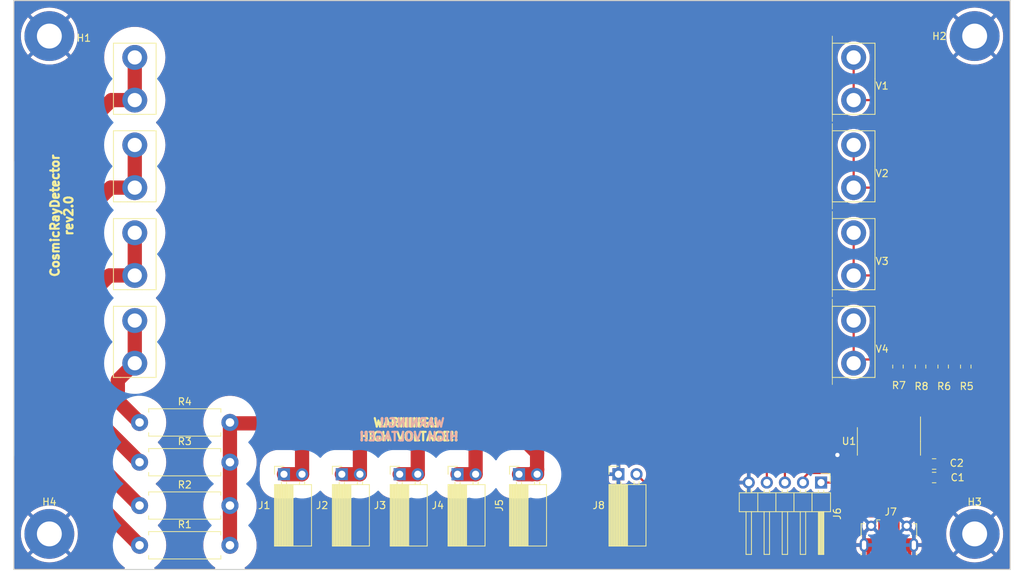
<source format=kicad_pcb>
(kicad_pcb (version 20240108) (generator "pcbnew") (generator_version "8.0")
  (layers (0 "F.Cu" signal) (31 "B.Cu" signal) (34 "B.Paste" user) (35 "F.Paste" user) (36 "B.SilkS" user "B.Silkscreen") (37 "F.SilkS" user "F.Silkscreen") (38 "B.Mask" user) (39 "F.Mask" user) (44 "Edge.Cuts" user))
  (net 0 "")
  (net 1 "GND")
  (net 2 "+5V")
  (net 3 "Net-(J1-Pin_1)")
  (net 4 "Net-(J6-Pin_3)")
  (net 5 "Net-(J6-Pin_4)")
  (net 6 "Net-(J6-Pin_2)")
  (net 7 "Net-(J6-Pin_1)")
  (net 11 "Net-(R1-Pad1)")
  (net 12 "Net-(R2-Pad1)")
  (net 13 "Net-(R3-Pad1)")
  (net 14 "Net-(R4-Pad1)")
  (net 15 "Net-(R5-Pad1)")
  (net 16 "Net-(R6-Pad1)")
  (net 17 "Net-(R7-Pad1)")
  (net 18 "Net-(R8-Pad1)")
  (footprint "Resistor_THT:R_Axial_DIN0411_L9.9mm_D3.6mm_P12.70mm_Horizontal" (layer "F.Cu") (at 42.672 101.6)
    (property "Reference" "R1" (at 6.35 -2.92 0) (layer "F.SilkS"))
    (property "Value" "5M1")
    (pad "1" thru_hole circle (at 0 0) (size 2.4 2.4) (drill 1.2) (layers "*.Cu" "*.Mask") (net 11 "Net-(R1-Pad1)"))
    (pad "2" thru_hole oval (at 12.7 0) (size 2.4 2.4) (drill 1.2) (layers "*.Cu" "*.Mask") (net 3 "Net-(J1-Pin_1)"))
  )
  (footprint "Connector_PinSocket_2.54mm:PinSocket_1x02_P2.54mm_Horizontal" (layer "F.Cu") (at 79.218 91.612 90)
    (property "Reference" "J3" (at -4.38 -2.77 180) (layer "F.SilkS"))
    (property "Value" "Conn_01x02_Pin")
    (pad "1" thru_hole rect (at 0 0 90) (size 1.7 1.7) (drill 1) (layers "*.Cu" "*.Mask") (net 3 "Net-(J1-Pin_1)"))
    (pad "2" thru_hole oval (at 0 2.54 90) (size 1.7 1.7) (drill 1) (layers "*.Cu" "*.Mask") (net 3 "Net-(J1-Pin_1)"))
  )
  (footprint "Connector_PinSocket_2.54mm:PinSocket_1x02_P2.54mm_Horizontal" (layer "F.Cu") (at 87.346 91.612 90)
    (property "Reference" "J4" (at -4.38 -2.77 180) (layer "F.SilkS"))
    (property "Value" "Conn_01x02_Pin")
    (pad "1" thru_hole rect (at 0 0 90) (size 1.7 1.7) (drill 1) (layers "*.Cu" "*.Mask") (net 3 "Net-(J1-Pin_1)"))
    (pad "2" thru_hole oval (at 0 2.54 90) (size 1.7 1.7) (drill 1) (layers "*.Cu" "*.Mask") (net 3 "Net-(J1-Pin_1)"))
  )
  (footprint "Connector_PinSocket_2.54mm:PinSocket_1x02_P2.54mm_Horizontal" (layer "F.Cu") (at 95.982 91.612 90)
    (property "Reference" "J5" (at -4.38 -2.77 90) (layer "F.SilkS"))
    (property "Value" "Conn_01x02_Pin")
    (pad "1" thru_hole rect (at 0 0 90) (size 1.7 1.7) (drill 1) (layers "*.Cu" "*.Mask") (net 3 "Net-(J1-Pin_1)"))
    (pad "2" thru_hole oval (at 0 2.54 90) (size 1.7 1.7) (drill 1) (layers "*.Cu" "*.Mask") (net 3 "Net-(J1-Pin_1)"))
  )
  (footprint "Connector_PinHeader_2.54mm:PinHeader_1x05_P2.54mm_Horizontal" (layer "F.Cu") (at 138.42 92.78 -90)
    (property "Reference" "J6" (at 4.385 -2.27 -90) (layer "F.SilkS"))
    (property "Value" "Conn_01x05_Socket")
    (pad "1" thru_hole rect (at 0 0 270) (size 1.7 1.7) (drill 1) (layers "*.Cu" "*.Mask") (net 7 "Net-(J6-Pin_1)"))
    (pad "2" thru_hole oval (at 0 2.54 270) (size 1.7 1.7) (drill 1) (layers "*.Cu" "*.Mask") (net 6 "Net-(J6-Pin_2)"))
    (pad "3" thru_hole oval (at 0 5.08 270) (size 1.7 1.7) (drill 1) (layers "*.Cu" "*.Mask") (net 4 "Net-(J6-Pin_3)"))
    (pad "4" thru_hole oval (at 0 7.62 270) (size 1.7 1.7) (drill 1) (layers "*.Cu" "*.Mask") (net 5 "Net-(J6-Pin_4)"))
    (pad "5" thru_hole oval (at 0 10.16 270) (size 1.7 1.7) (drill 1) (layers "*.Cu" "*.Mask") (net 1 "GND"))
  )
  (footprint "MountingHole:MountingHole_3.5mm_Pad" (layer "F.Cu") (at 30 30)
    (property "Reference" "H1" (at 4.845 0.273 0) (layer "F.SilkS"))
    (property "Value" "MountingHole_Pad")
    (pad "1" thru_hole circle (at 0 0) (size 7 7) (drill 3.5) (layers "*.Cu" "*.Mask") (net 1 "GND"))
  )
  (footprint "MountingHole:MountingHole_3.5mm_Pad" (layer "F.Cu") (at 160 30)
    (property "Reference" "H2" (at -4.962 0.019 0) (layer "F.SilkS"))
    (property "Value" "MountingHole_Pad")
    (pad "1" thru_hole circle (at 0 0) (size 7 7) (drill 3.5) (layers "*.Cu" "*.Mask") (net 1 "GND"))
  )
  (footprint "MountingHole:MountingHole_3.5mm_Pad" (layer "F.Cu") (at 160 100)
    (property "Reference" "H3" (at 0 -4.5 0) (layer "F.SilkS"))
    (property "Value" "MountingHole_Pad")
    (pad "1" thru_hole circle (at 0 0) (size 7 7) (drill 3.5) (layers "*.Cu" "*.Mask") (net 1 "GND"))
  )
  (footprint "MountingHole:MountingHole_3.5mm_Pad" (layer "F.Cu") (at 30 100)
    (property "Reference" "H4" (at 0 -4.5 0) (layer "F.SilkS"))
    (property "Value" "MountingHole_Pad")
    (pad "1" thru_hole circle (at 0 0) (size 7 7) (drill 3.5) (layers "*.Cu" "*.Mask") (net 1 "GND"))
  )
  (footprint "Connector_PinSocket_2.54mm:PinSocket_1x02_P2.54mm_Horizontal" (layer "F.Cu") (at 109.952 91.612 90)
    (property "Reference" "J8" (at -4.38 -2.77 180) (layer "F.SilkS"))
    (property "Value" "Conn_01x02_Pin")
    (pad "1" thru_hole rect (at 0 0 90) (size 1.7 1.7) (drill 1) (layers "*.Cu" "*.Mask") (net 1 "GND"))
    (pad "2" thru_hole oval (at 0 2.54 90) (size 1.7 1.7) (drill 1) (layers "*.Cu" "*.Mask") (net 2 "+5V"))
  )
  (footprint "Resistor_THT:R_Axial_DIN0411_L9.9mm_D3.6mm_P12.70mm_Horizontal" (layer "F.Cu") (at 42.672 96.012)
    (property "Reference" "R2" (at 6.35 -2.92 0) (layer "F.SilkS"))
    (property "Value" "5M1")
    (pad "1" thru_hole circle (at 0 0) (size 2.4 2.4) (drill 1.2) (layers "*.Cu" "*.Mask") (net 12 "Net-(R2-Pad1)"))
    (pad "2" thru_hole oval (at 12.7 0) (size 2.4 2.4) (drill 1.2) (layers "*.Cu" "*.Mask") (net 3 "Net-(J1-Pin_1)"))
  )
  (footprint "Connector_PinSocket_2.54mm:PinSocket_1x02_P2.54mm_Horizontal" (layer "F.Cu") (at 71.09 91.612 90)
    (property "Reference" "J2" (at -4.38 -2.77 180) (layer "F.SilkS"))
    (property "Value" "Conn_01x02_Pin")
    (pad "1" thru_hole rect (at 0 0 90) (size 1.7 1.7) (drill 1) (layers "*.Cu" "*.Mask") (net 3 "Net-(J1-Pin_1)"))
    (pad "2" thru_hole oval (at 0 2.54 90) (size 1.7 1.7) (drill 1) (layers "*.Cu" "*.Mask") (net 3 "Net-(J1-Pin_1)"))
  )
  (footprint "Connector_PinSocket_2.54mm:PinSocket_1x02_P2.54mm_Horizontal" (layer "F.Cu") (at 62.962 91.612 90)
    (property "Reference" "J1" (at -4.38 -2.77 180) (layer "F.SilkS"))
    (property "Value" "Conn_01x02_Pin")
    (pad "1" thru_hole rect (at 0 0 90) (size 1.7 1.7) (drill 1) (layers "*.Cu" "*.Mask") (net 3 "Net-(J1-Pin_1)"))
    (pad "2" thru_hole oval (at 0 2.54 90) (size 1.7 1.7) (drill 1) (layers "*.Cu" "*.Mask") (net 3 "Net-(J1-Pin_1)"))
  )
  (footprint "Resistor_SMD:R_0805_2012Metric_Pad1.20x1.40mm_HandSolder" (layer "F.Cu") (at 158.75 76.47 -90)
    (property "Reference" "R5" (at 2.778 -0.127 180) (layer "F.SilkS"))
    (property "Value" "10k")
    (pad "1" smd roundrect (at -1 0 270) (size 1.2 1.4) (layers "F.Cu" "F.Paste" "F.Mask") (roundrect_rratio 0.208333) (net 15 "Net-(R5-Pad1)"))
    (pad "2" smd roundrect (at 1 0 270) (size 1.2 1.4) (layers "F.Cu" "F.Paste" "F.Mask") (roundrect_rratio 0.208333) (net 1 "GND"))
  )
  (footprint "Resistor_SMD:R_0805_2012Metric_Pad1.20x1.40mm_HandSolder" (layer "F.Cu") (at 155.575 76.47 -90)
    (property "Reference" "R6" (at 2.778 -0.127 180) (layer "F.SilkS"))
    (property "Value" "10k")
    (pad "1" smd roundrect (at -1 0 270) (size 1.2 1.4) (layers "F.Cu" "F.Paste" "F.Mask") (roundrect_rratio 0.208333) (net 16 "Net-(R6-Pad1)"))
    (pad "2" smd roundrect (at 1 0 270) (size 1.2 1.4) (layers "F.Cu" "F.Paste" "F.Mask") (roundrect_rratio 0.208333) (net 1 "GND"))
  )
  (footprint "Resistor_SMD:R_0805_2012Metric_Pad1.20x1.40mm_HandSolder" (layer "F.Cu") (at 149.225 76.47 -90)
    (property "Reference" "R7" (at 2.651 -0.127 180) (layer "F.SilkS"))
    (property "Value" "10k")
    (pad "1" smd roundrect (at -1 0 270) (size 1.2 1.4) (layers "F.Cu" "F.Paste" "F.Mask") (roundrect_rratio 0.208333) (net 17 "Net-(R7-Pad1)"))
    (pad "2" smd roundrect (at 1 0 270) (size 1.2 1.4) (layers "F.Cu" "F.Paste" "F.Mask") (roundrect_rratio 0.208333) (net 1 "GND"))
  )
  (footprint "Resistor_SMD:R_0805_2012Metric_Pad1.20x1.40mm_HandSolder" (layer "F.Cu") (at 152.4 76.47 -90)
    (property "Reference" "R8" (at 2.778 -0.127 180) (layer "F.SilkS"))
    (property "Value" "10k")
    (pad "1" smd roundrect (at -1 0 270) (size 1.2 1.4) (layers "F.Cu" "F.Paste" "F.Mask") (roundrect_rratio 0.208333) (net 18 "Net-(R8-Pad1)"))
    (pad "2" smd roundrect (at 1 0 270) (size 1.2 1.4) (layers "F.Cu" "F.Paste" "F.Mask") (roundrect_rratio 0.208333) (net 1 "GND"))
  )
  (footprint "Resistor_THT:R_Axial_DIN0411_L9.9mm_D3.6mm_P12.70mm_Horizontal" (layer "F.Cu") (at 42.672 84.328)
    (property "Reference" "R4" (at 6.35 -2.92 0) (layer "F.SilkS"))
    (property "Value" "5M1")
    (pad "1" thru_hole circle (at 0 0) (size 2.4 2.4) (drill 1.2) (layers "*.Cu" "*.Mask") (net 14 "Net-(R4-Pad1)"))
    (pad "2" thru_hole oval (at 12.7 0) (size 2.4 2.4) (drill 1.2) (layers "*.Cu" "*.Mask") (net 3 "Net-(J1-Pin_1)"))
  )
  (footprint "Connector_USB:USB_Micro-B_Molex-105017-0001" (layer "F.Cu") (at 147.955 100.33)
    (property "Reference" "J7" (at 0.254 -3.429 0) (layer "F.SilkS"))
    (property "Value" "USB_B_Micro")
    (pad "1" smd rect (at -1.3 -1.4625) (size 0.4 1.35) (layers "F.Cu" "F.Paste" "F.Mask") (net 2 "+5V"))
    (pad "2" smd rect (at -0.65 -1.4625) (size 0.4 1.35) (layers "F.Cu" "F.Paste" "F.Mask"))
    (pad "3" smd rect (at 0 -1.4625) (size 0.4 1.35) (layers "F.Cu" "F.Paste" "F.Mask"))
    (pad "4" smd rect (at 0.65 -1.4625) (size 0.4 1.35) (layers "F.Cu" "F.Paste" "F.Mask"))
    (pad "5" smd rect (at 1.3 -1.4625) (size 0.4 1.35) (layers "F.Cu" "F.Paste" "F.Mask") (net 1 "GND"))
    (pad "6" thru_hole oval (at -3.5 1.2375 180) (size 1.2 1.9) (drill oval 0.6 1.3) (layers "*.Cu" "*.Mask") (net 1 "GND"))
    (pad "6" smd rect (at -2.9 1.2375) (size 1.2 1.9) (layers "F.Cu" "F.Mask") (net 1 "GND"))
    (pad "6" thru_hole circle (at -2.5 -1.4625) (size 1.45 1.45) (drill 0.85) (layers "*.Cu" "*.Mask") (net 1 "GND"))
    (pad "6" smd rect (at -1 1.2375) (size 1.5 1.9) (layers "F.Cu" "F.Paste" "F.Mask") (net 1 "GND"))
    (pad "6" smd rect (at 1 1.2375) (size 1.5 1.9) (layers "F.Cu" "F.Paste" "F.Mask") (net 1 "GND"))
    (pad "6" thru_hole circle (at 2.5 -1.4625) (size 1.45 1.45) (drill 0.85) (layers "*.Cu" "*.Mask") (net 1 "GND"))
    (pad "6" smd rect (at 2.9 1.2375) (size 1.2 1.9) (layers "F.Cu" "F.Mask") (net 1 "GND"))
    (pad "6" thru_hole oval (at 3.5 1.2375) (size 1.2 1.9) (drill oval 0.6 1.3) (layers "*.Cu" "*.Mask") (net 1 "GND"))
  )
  (footprint "Capacitor_SMD:C_0805_2012Metric_Pad1.18x1.45mm_HandSolder" (layer "F.Cu") (at 154.305 90.17)
    (property "Reference" "C2" (at 3.175 -0.127 0) (layer "F.SilkS"))
    (property "Value" "100n")
    (pad "1" smd roundrect (at -1.0375 0) (size 1.175 1.45) (layers "F.Cu" "F.Paste" "F.Mask") (roundrect_rratio 0.212766) (net 2 "+5V"))
    (pad "2" smd roundrect (at 1.0375 0) (size 1.175 1.45) (layers "F.Cu" "F.Paste" "F.Mask") (roundrect_rratio 0.212766) (net 1 "GND"))
  )
  (footprint "Package_SO:SOIC-14_3.9x8.7mm_P1.27mm" (layer "F.Cu") (at 147.955 86.995 -90)
    (property "Reference" "U1" (at -0.034 5.611 0) (layer "F.SilkS"))
    (property "Value" "HEF4093B")
    (pad "1" smd roundrect (at -2.475 -3.81 270) (size 1.95 0.6) (layers "F.Cu" "F.Paste" "F.Mask") (net 18 "Net-(R8-Pad1)"))
    (pad "2" smd roundrect (at -2.475 -2.54 270) (size 1.95 0.6) (layers "F.Cu" "F.Paste" "F.Mask") (net 18 "Net-(R8-Pad1)"))
    (pad "3" smd roundrect (at -2.475 -1.27 270) (size 1.95 0.6) (layers "F.Cu" "F.Paste" "F.Mask") (net 4 "Net-(J6-Pin_3)"))
    (pad "4" smd roundrect (at -2.475 0 270) (size 1.95 0.6) (layers "F.Cu" "F.Paste" "F.Mask") (net 5 "Net-(J6-Pin_4)"))
    (pad "5" smd roundrect (at -2.475 1.27 270) (size 1.95 0.6) (layers "F.Cu" "F.Paste" "F.Mask") (net 17 "Net-(R7-Pad1)"))
    (pad "6" smd roundrect (at -2.475 2.54 270) (size 1.95 0.6) (layers "F.Cu" "F.Paste" "F.Mask") (net 17 "Net-(R7-Pad1)"))
    (pad "7" smd roundrect (at -2.475 3.81 270) (size 1.95 0.6) (layers "F.Cu" "F.Paste" "F.Mask") (net 1 "GND"))
    (pad "8" smd roundrect (at 2.475 3.81 270) (size 1.95 0.6) (layers "F.Cu" "F.Paste" "F.Mask") (net 16 "Net-(R6-Pad1)"))
    (pad "9" smd roundrect (at 2.475 2.54 270) (size 1.95 0.6) (layers "F.Cu" "F.Paste" "F.Mask") (net 16 "Net-(R6-Pad1)"))
    (pad "10" smd roundrect (at 2.475 1.27 270) (size 1.95 0.6) (layers "F.Cu" "F.Paste" "F.Mask") (net 6 "Net-(J6-Pin_2)"))
    (pad "11" smd roundrect (at 2.475 0 270) (size 1.95 0.6) (layers "F.Cu" "F.Paste" "F.Mask") (net 7 "Net-(J6-Pin_1)"))
    (pad "12" smd roundrect (at 2.475 -1.27 270) (size 1.95 0.6) (layers "F.Cu" "F.Paste" "F.Mask") (net 15 "Net-(R5-Pad1)"))
    (pad "13" smd roundrect (at 2.475 -2.54 270) (size 1.95 0.6) (layers "F.Cu" "F.Paste" "F.Mask") (net 15 "Net-(R5-Pad1)"))
    (pad "14" smd roundrect (at 2.475 -3.81 270) (size 1.95 0.6) (layers "F.Cu" "F.Paste" "F.Mask") (net 2 "+5V"))
  )
  (footprint "Resistor_THT:R_Axial_DIN0411_L9.9mm_D3.6mm_P12.70mm_Horizontal" (layer "F.Cu") (at 42.672 89.916)
    (property "Reference" "R3" (at 6.35 -2.92 0) (layer "F.SilkS"))
    (property "Value" "5M1")
    (pad "1" thru_hole circle (at 0 0) (size 2.4 2.4) (drill 1.2) (layers "*.Cu" "*.Mask") (net 13 "Net-(R3-Pad1)"))
    (pad "2" thru_hole oval (at 12.7 0) (size 2.4 2.4) (drill 1.2) (layers "*.Cu" "*.Mask") (net 3 "Net-(J1-Pin_1)"))
  )
  (footprint "CosmicRayDetector:GeigerTube" (layer "F.Cu") (at 100 48.308 180)
    (property "Reference" "V2" (at -47 -1 180) (layer "F.SilkS"))
    (property "Value" "Nuclear-Radiation_Detector")
    (pad "1" thru_hole circle (at -43 -3 270) (size 3.5 3.5) (drill 2) (layers "*.Cu" "*.Mask") (net 16 "Net-(R6-Pad1)"))
    (pad "1" thru_hole circle (at -43 3 270) (size 3.5 3.5) (drill 2) (layers "*.Cu" "*.Mask") (net 16 "Net-(R6-Pad1)"))
    (pad "2" thru_hole circle (at 58 -3 270) (size 3.5 3.5) (drill 2) (layers "*.Cu" "*.Mask") (net 12 "Net-(R2-Pad1)"))
    (pad "2" thru_hole circle (at 58 3 270) (size 3.5 3.5) (drill 2) (layers "*.Cu" "*.Mask") (net 12 "Net-(R2-Pad1)"))
  )
  (footprint "Capacitor_SMD:C_0805_2012Metric_Pad1.18x1.45mm_HandSolder" (layer "F.Cu") (at 154.305 92.075)
    (property "Reference" "C1" (at 3.302 0 0) (layer "F.SilkS"))
    (property "Value" "100n")
    (pad "1" smd roundrect (at -1.0375 0) (size 1.175 1.45) (layers "F.Cu" "F.Paste" "F.Mask") (roundrect_rratio 0.212766) (net 2 "+5V"))
    (pad "2" smd roundrect (at 1.0375 0) (size 1.175 1.45) (layers "F.Cu" "F.Paste" "F.Mask") (roundrect_rratio 0.212766) (net 1 "GND"))
  )
  (footprint "CosmicRayDetector:GeigerTube" (layer "F.Cu") (at 100 36 180)
    (property "Reference" "V1" (at -47 -1 180) (layer "F.SilkS"))
    (property "Value" "Nuclear-Radiation_Detector")
    (pad "1" thru_hole circle (at -43 -3 270) (size 3.5 3.5) (drill 2) (layers "*.Cu" "*.Mask") (net 15 "Net-(R5-Pad1)"))
    (pad "1" thru_hole circle (at -43 3 270) (size 3.5 3.5) (drill 2) (layers "*.Cu" "*.Mask") (net 15 "Net-(R5-Pad1)"))
    (pad "2" thru_hole circle (at 58 -3 270) (size 3.5 3.5) (drill 2) (layers "*.Cu" "*.Mask") (net 11 "Net-(R1-Pad1)"))
    (pad "2" thru_hole circle (at 58 3 270) (size 3.5 3.5) (drill 2) (layers "*.Cu" "*.Mask") (net 11 "Net-(R1-Pad1)"))
  )
  (footprint "CosmicRayDetector:GeigerTube" (layer "F.Cu") (at 100 60.658 180)
    (property "Reference" "V3" (at -47 -1 180) (layer "F.SilkS"))
    (property "Value" "Nuclear-Radiation_Detector")
    (pad "1" thru_hole circle (at -43 -3 270) (size 3.5 3.5) (drill 2) (layers "*.Cu" "*.Mask") (net 18 "Net-(R8-Pad1)"))
    (pad "1" thru_hole circle (at -43 3 270) (size 3.5 3.5) (drill 2) (layers "*.Cu" "*.Mask") (net 18 "Net-(R8-Pad1)"))
    (pad "2" thru_hole circle (at 58 -3 270) (size 3.5 3.5) (drill 2) (layers "*.Cu" "*.Mask") (net 13 "Net-(R3-Pad1)"))
    (pad "2" thru_hole circle (at 58 3 270) (size 3.5 3.5) (drill 2) (layers "*.Cu" "*.Mask") (net 13 "Net-(R3-Pad1)"))
  )
  (footprint "CosmicRayDetector:GeigerTube" (layer "F.Cu") (at 100 73 180)
    (property "Reference" "V4" (at -47 -1 180) (layer "F.SilkS"))
    (property "Value" "Nuclear-Radiation_Detector")
    (pad "1" thru_hole circle (at -43 -3 270) (size 3.5 3.5) (drill 2) (layers "*.Cu" "*.Mask") (net 17 "Net-(R7-Pad1)"))
    (pad "1" thru_hole circle (at -43 3 270) (size 3.5 3.5) (drill 2) (layers "*.Cu" "*.Mask") (net 17 "Net-(R7-Pad1)"))
    (pad "2" thru_hole circle (at 58 -3 270) (size 3.5 3.5) (drill 2) (layers "*.Cu" "*.Mask") (net 14 "Net-(R4-Pad1)"))
    (pad "2" thru_hole circle (at 58 3 270) (size 3.5 3.5) (drill 2) (layers "*.Cu" "*.Mask") (net 14 "Net-(R4-Pad1)"))
  )
  (gr_line (start 25 105) (end 165 105) (stroke (width 0.15)) (layer "Edge.Cuts"))
  (gr_line (start 25 25) (end 25 105) (stroke (width 0.15)) (layer "Edge.Cuts"))
  (gr_line (start 165 105) (end 165 25) (stroke (width 0.15)) (layer "Edge.Cuts"))
  (gr_line (start 25 25) (end 165 25) (stroke (width 0.15)) (layer "Edge.Cuts"))
  (gr_text "WARNING!! \nHIGH VOLTAGE!!" (at 80.518 85.344 0) (layer "B.SilkS") (effects (font (size 1.2 1.2) (thickness 0.3)) (justify mirror)))
  (gr_text "CosmicRayDetector\nrev2.0" (at 31.75 55.245 90) (layer "F.SilkS") (effects (font (size 1.2 1.2) (thickness 0.3))))
  (gr_text "WARNING!! \nHIGH VOLTAGE!!" (at 80.518 85.344 0) (layer "F.SilkS") (effects (font (size 1.2 1.2) (thickness 0.3))))
  (via (at 140.716 88.9) (size 1.3) (drill 0.6) (layers "F.Cu" "B.Cu") (net 1))
  (segment (start 146.655 97.8877) (end 152.4677 92.075) (width 0.3048) (layer "F.Cu") (net 2))
  (segment (start 146.3033 97.536) (end 118.416 97.536) (width 0.3048) (layer "F.Cu") (net 2))
  (segment (start 152.465 90.17) (end 151.765 89.47) (width 0.3048) (layer "F.Cu") (net 2))
  (segment (start 146.655 98.8675) (end 146.655 97.8877) (width 0.3048) (layer "F.Cu") (net 2))
  (segment (start 153.2675 90.17) (end 152.465 90.17) (width 0.3048) (layer "F.Cu") (net 2))
  (segment (start 118.416 97.536) (end 112.492 91.612) (width 0.3048) (layer "F.Cu") (net 2))
  (segment (start 152.4677 92.075) (end 153.2675 92.075) (width 0.3048) (layer "F.Cu") (net 2))
  (segment (start 146.655 97.8877) (end 146.3033 97.536) (width 0.3048) (layer "F.Cu") (net 2))
  (segment (start 153.2675 92.075) (end 153.2675 90.17) (width 0.3048) (layer "F.Cu") (net 2))
  (segment (start 88.138 84.455) (end 81.534 84.455) (width 2) (layer "F.Cu") (net 3))
  (segment (start 98.522 88.616) (end 94.361 84.455) (width 2) (layer "F.Cu") (net 3))
  (segment (start 98.522 90.932) (end 98.522 88.616) (width 2) (layer "F.Cu") (net 3))
  (segment (start 97.842 91.612) (end 98.522 90.932) (width 2) (layer "F.Cu") (net 3))
  (segment (start 98.522 91.612) (end 98.522 90.932) (width 2) (layer "F.Cu") (net 3))
  (segment (start 65.502 91.612) (end 65.502 84.679) (width 2) (layer "F.Cu") (net 3))
  (segment (start 55.372 84.455) (end 55.372 90.17) (width 2) (layer "F.Cu") (net 3))
  (segment (start 55.372 90.17) (end 55.372 95.885) (width 2) (layer "F.Cu") (net 3))
  (segment (start 65.278 84.455) (end 55.372 84.455) (width 2) (layer "F.Cu") (net 3))
  (segment (start 73.63 85.187) (end 72.898 84.455) (width 2) (layer "F.Cu") (net 3))
  (segment (start 79.218 91.612) (end 81.758 91.612) (width 2) (layer "F.Cu") (net 3))
  (segment (start 65.502 84.679) (end 65.278 84.455) (width 2) (layer "F.Cu") (net 3))
  (segment (start 62.962 91.612) (end 65.502 91.612) (width 2) (layer "F.Cu") (net 3))
  (segment (start 73.63 91.612) (end 73.63 85.187) (width 2) (layer "F.Cu") (net 3))
  (segment (start 95.982 91.612) (end 97.842 91.612) (width 2) (layer "F.Cu") (net 3))
  (segment (start 81.534 84.455) (end 72.898 84.455) (width 2) (layer "F.Cu") (net 3))
  (segment (start 87.346 91.612) (end 89.886 91.612) (width 2) (layer "F.Cu") (net 3))
  (segment (start 89.154 84.455) (end 88.138 84.455) (width 2) (layer "F.Cu") (net 3))
  (segment (start 72.898 84.455) (end 65.278 84.455) (width 2) (layer "F.Cu") (net 3))
  (segment (start 81.758 91.612) (end 81.758 84.679) (width 2) (layer "F.Cu") (net 3))
  (segment (start 81.758 84.679) (end 81.534 84.455) (width 2) (layer "F.Cu") (net 3))
  (segment (start 55.372 95.885) (end 55.372 101.6) (width 2) (layer "F.Cu") (net 3))
  (segment (start 89.886 91.612) (end 89.886 85.187) (width 2) (layer "F.Cu") (net 3))
  (segment (start 71.09 91.612) (end 73.63 91.612) (width 2) (layer "F.Cu") (net 3))
  (segment (start 94.361 84.455) (end 88.138 84.455) (width 2) (layer "F.Cu") (net 3))
  (segment (start 89.886 85.187) (end 89.154 84.455) (width 2) (layer "F.Cu") (net 3))
  (segment (start 149.225 85.494999) (end 147.851999 86.868) (width 0.3048) (layer "F.Cu") (net 4))
  (segment (start 149.225 84.52) (end 149.225 85.494999) (width 0.3048) (layer "F.Cu") (net 4))
  (segment (start 147.851999 86.868) (end 136.144 86.868) (width 0.3048) (layer "F.Cu") (net 4))
  (segment (start 136.144 86.868) (end 133.34 89.672) (width 0.3048) (layer "F.Cu") (net 4))
  (segment (start 133.34 89.672) (end 133.34 92.78) (width 0.3048) (layer "F.Cu") (net 4))
  (segment (start 135.636 86.36) (end 130.8 91.196) (width 0.3048) (layer "F.Cu") (net 5))
  (segment (start 130.8 91.196) (end 130.8 92.78) (width 0.3048) (layer "F.Cu") (net 5))
  (segment (start 146.812 86.36) (end 135.636 86.36) (width 0.3048) (layer "F.Cu") (net 5))
  (segment (start 147.955 85.217) (end 146.812 86.36) (width 0.3048) (layer "F.Cu") (net 5))
  (segment (start 146.685 90.444999) (end 145.689999 91.44) (width 0.3048) (layer "F.Cu") (net 6))
  (segment (start 146.685 89.47) (end 146.685 90.444999) (width 0.3048) (layer "F.Cu") (net 6))
  (segment (start 136.652 91.44) (end 135.88 92.212) (width 0.3048) (layer "F.Cu") (net 6))
  (segment (start 145.689999 91.44) (end 136.652 91.44) (width 0.3048) (layer "F.Cu") (net 6))
  (segment (start 147.955 90.444999) (end 145.619999 92.78) (width 0.3048) (layer "F.Cu") (net 7))
  (segment (start 147.955 89.47) (end 147.955 90.444999) (width 0.3048) (layer "F.Cu") (net 7))
  (segment (start 145.619999 92.78) (end 138.42 92.78) (width 0.3048) (layer "F.Cu") (net 7))
  (segment (start 42 39) (end 42 33) (width 2) (layer "F.Cu") (net 11))
  (segment (start 38.724 39) (end 42 39) (width 2) (layer "F.Cu") (net 11))
  (segment (start 28.448 87.376) (end 28.448 49.276) (width 2) (layer "F.Cu") (net 11))
  (segment (start 42.672 101.6) (end 28.448 87.376) (width 2) (layer "F.Cu") (net 11))
  (segment (start 28.448 49.276) (end 38.724 39) (width 2) (layer "F.Cu") (net 11))
  (segment (start 32.512 85.852) (end 32.512 57.404) (width 2) (layer "F.Cu") (net 12))
  (segment (start 38.608 51.308) (end 42 51.308) (width 2) (layer "F.Cu") (net 12))
  (segment (start 32.512 57.404) (end 38.608 51.308) (width 2) (layer "F.Cu") (net 12))
  (segment (start 42.672 96.012) (end 32.512 85.852) (width 2) (layer "F.Cu") (net 12))
  (segment (start 42 51.308) (end 42 45.308) (width 2) (layer "F.Cu") (net 12))
  (segment (start 38.45 63.658) (end 42 63.658) (width 2) (layer "F.Cu") (net 13))
  (segment (start 36.068 66.04) (end 38.45 63.658) (width 2) (layer "F.Cu") (net 13))
  (segment (start 36.068 83.312) (end 36.068 66.04) (width 2) (layer "F.Cu") (net 13))
  (segment (start 42.672 89.916) (end 36.068 83.312) (width 2) (layer "F.Cu") (net 13))
  (segment (start 42 63.658) (end 42 57.658) (width 2) (layer "F.Cu") (net 13))
  (segment (start 39.624 81.28) (end 39.624 78.376) (width 2) (layer "F.Cu") (net 14))
  (segment (start 42.672 84.328) (end 39.624 81.28) (width 2) (layer "F.Cu") (net 14))
  (segment (start 39.624 78.376) (end 42 76) (width 2) (layer "F.Cu") (net 14))
  (segment (start 42 76) (end 42 70) (width 2) (layer "F.Cu") (net 14))
  (segment (start 143 33) (end 143 39) (width 0.3048) (layer "F.Cu") (net 15))
  (segment (start 158.75 75.47) (end 158.75 52.07) (width 0.3048) (layer "F.Cu") (net 15))
  (segment (start 158.75 75.47) (end 156.972 77.248) (width 0.3048) (layer "F.Cu") (net 15))
  (segment (start 152.908 87.884) (end 151.384 87.884) (width 0.3048) (layer "F.Cu") (net 15))
  (segment (start 145.68 39) (end 143 39) (width 0.3048) (layer "F.Cu") (net 15))
  (segment (start 149.225 89.47) (end 150.495 89.47) (width 0.3048) (layer "F.Cu") (net 15))
  (segment (start 158.75 52.07) (end 145.68 39) (width 0.3048) (layer "F.Cu") (net 15))
  (segment (start 156.972 83.82) (end 152.908 87.884) (width 0.3048) (layer "F.Cu") (net 15))
  (segment (start 156.972 77.248) (end 156.972 83.82) (width 0.3048) (layer "F.Cu") (net 15))
  (segment (start 151.384 87.884) (end 150.495 88.773) (width 0.3048) (layer "F.Cu") (net 15))
  (segment (start 145.923 51.308) (end 143 51.308) (width 0.3048) (layer "F.Cu") (net 16))
  (segment (start 145.415 88.265) (end 145.415 89.47) (width 0.3048) (layer "F.Cu") (net 16))
  (segment (start 153.924 85.852) (end 152.4 87.376) (width 0.3048) (layer "F.Cu") (net 16))
  (segment (start 146.304 87.376) (end 145.415 88.265) (width 0.3048) (layer "F.Cu") (net 16))
  (segment (start 144.145 89.47) (end 145.415 89.47) (width 0.3048) (layer "F.Cu") (net 16))
  (segment (start 152.4 87.376) (end 146.304 87.376) (width 0.3048) (layer "F.Cu") (net 16))
  (segment (start 155.575 75.47) (end 155.575 60.96) (width 0.3048) (layer "F.Cu") (net 16))
  (segment (start 153.924 76.6605) (end 153.924 85.852) (width 0.3048) (layer "F.Cu") (net 16))
  (segment (start 143 51.308) (end 143 45.308) (width 0.3048) (layer "F.Cu") (net 16))
  (segment (start 155.575 60.96) (end 145.923 51.308) (width 0.3048) (layer "F.Cu") (net 16))
  (segment (start 155.1145 75.47) (end 153.924 76.6605) (width 0.3048) (layer "F.Cu") (net 16))
  (segment (start 145.415 84.52) (end 146.685 84.52) (width 0.3048) (layer "F.Cu") (net 17))
  (segment (start 143 76) (end 143 70) (width 0.3048) (layer "F.Cu") (net 17))
  (segment (start 149.225 75.47) (end 148.558 75.47) (width 0.3048) (layer "F.Cu") (net 17))
  (segment (start 148.558 75.47) (end 145.415 78.613) (width 0.3048) (layer "F.Cu") (net 17))
  (segment (start 145.415 78.613) (end 145.415 84.52) (width 0.3048) (layer "F.Cu") (net 17))
  (segment (start 149.225 75.47) (end 143.53 75.47) (width 0.3048) (layer "F.Cu") (net 17))
  (segment (start 150.876 76.597) (end 150.876 84.139) (width 0.3048) (layer "F.Cu") (net 18))
  (segment (start 152.4 75.47) (end 152.4 70.485) (width 0.3048) (layer "F.Cu") (net 18))
  (segment (start 145.573 63.658) (end 143 63.658) (width 0.3048) (layer "F.Cu") (net 18))
  (segment (start 152.003 75.47) (end 150.876 76.597) (width 0.3048) (layer "F.Cu") (net 18))
  (segment (start 150.495 84.52) (end 151.765 84.52) (width 0.3048) (layer "F.Cu") (net 18))
  (segment (start 143 63.658) (end 143 57.658) (width 0.3048) (layer "F.Cu") (net 18))
  (segment (start 152.4 70.485) (end 145.573 63.658) (width 0.3048) (layer "F.Cu") (net 18))
  (segment (start 150.876 84.139) (end 150.495 84.52) (width 0.3048) (layer "F.Cu") (net 18))
  (zone (net 1) (net_name "GND") (layer "F.Cu") (connect_pads (clearance 0.508)) (min_thickness 0.254) (fill yes (thermal_gap 0.508) (thermal_bridge_width 0.508))
    (polygon (pts (xy 25 25) (xy 25 105) (xy 165 105) (xy 165 25)))
  )
  (zone (net 1) (net_name "GND") (layer "B.Cu") (connect_pads (clearance 0.508)) (min_thickness 0.254) (fill yes (thermal_gap 0.508) (thermal_bridge_width 0.508))
    (polygon (pts (xy 25 25) (xy 25 105) (xy 165 105) (xy 165 25)))
  )
)
</source>
